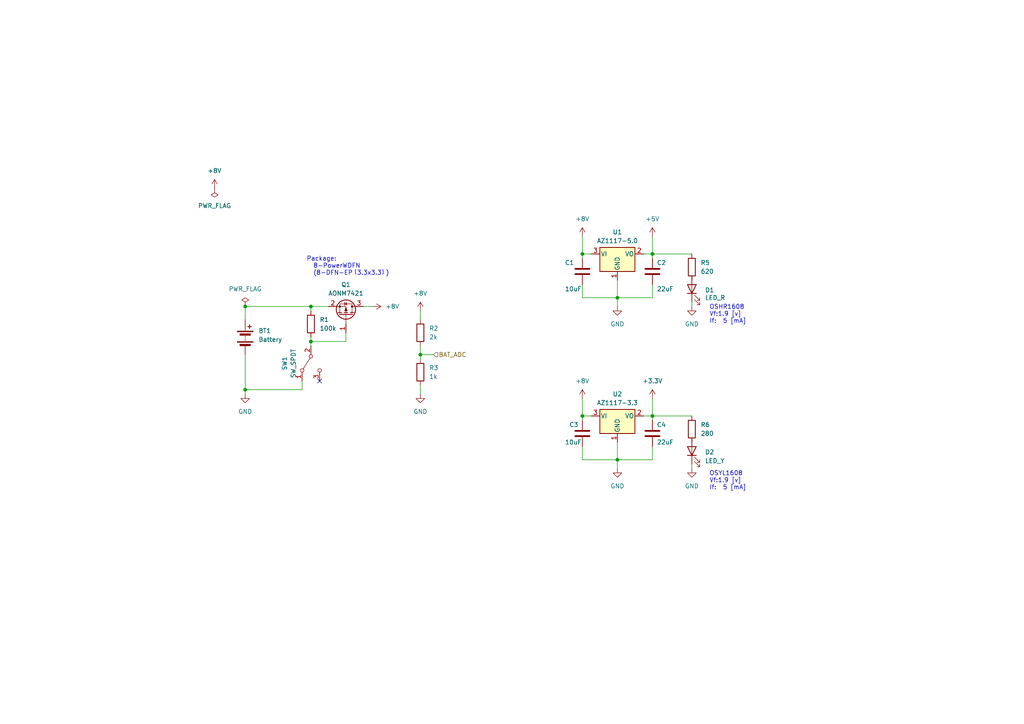
<source format=kicad_sch>
(kicad_sch (version 20230121) (generator eeschema)
  (paper "A4")
  (lib_symbols
    (symbol "Device:Battery" (pin_numbers hide) (pin_names (offset 0) hide)
      (property "Reference" "BT" (at 2.54 2.54 0))
      (property "Value" "Battery" (at 2.54 0 0))
      (symbol "Battery_0_1"
        (rectangle (start -2.286 -1.27) (end 2.286 -1.524) (fill (type outline)))
        (rectangle (start -2.286 1.778) (end 2.286 1.524) (fill (type outline)))
        (rectangle (start -1.524 -2.032) (end 1.524 -2.54) (fill (type outline)))
        (rectangle (start -1.524 1.016) (end 1.524 0.508) (fill (type outline)))
        (polyline (pts (xy 0 -1.016) (xy 0 -0.762)))
        (polyline (pts (xy 0 -0.508) (xy 0 -0.254)))
        (polyline (pts (xy 0 0) (xy 0 0.254)))
        (polyline (pts (xy 0 1.778) (xy 0 2.54)))
        (polyline (pts (xy 0.762 3.048) (xy 1.778 3.048)) (stroke (width 0.254)))
        (polyline (pts (xy 1.27 3.556) (xy 1.27 2.54)) (stroke (width 0.254)))
      )
      (symbol "Battery_1_1"
        (pin passive line (at 0 5.08 270) (length 2.54) (name "+") (number "1"))
        (pin passive line (at 0 -5.08 90) (length 2.54) (name "-") (number "2"))
      )
    )
    (symbol "Device:C" (pin_numbers hide) (pin_names (offset 0.254))
      (property "Reference" "C" (at 0.635 2.54 0))
      (property "Value" "C" (at 0.635 -2.54 0))
      (symbol "C_0_1"
        (polyline (pts (xy -2.032 -0.762) (xy 2.032 -0.762)) (stroke (width 0.508)))
        (polyline (pts (xy -2.032 0.762) (xy 2.032 0.762)) (stroke (width 0.508)))
      )
      (symbol "C_1_1"
        (pin passive line (at 0 3.81 270) (length 2.794) (name "~") (number "1"))
        (pin passive line (at 0 -3.81 90) (length 2.794) (name "~") (number "2"))
      )
    )
    (symbol "Device:LED" (pin_numbers hide) (pin_names (offset 1.016) hide)
      (property "Reference" "D" (at 0 2.54 0))
      (property "Value" "LED" (at 0 -2.54 0))
      (symbol "LED_0_1"
        (polyline (pts (xy -1.27 -1.27) (xy -1.27 1.27)) (stroke (width 0.254)))
        (polyline (pts (xy -1.27 0) (xy 1.27 0)))
        (polyline (pts (xy 1.27 -1.27) (xy 1.27 1.27) (xy -1.27 0) (xy 1.27 -1.27)) (stroke (width 0.254)))
        (polyline (pts (xy -3.048 -0.762) (xy -4.572 -2.286) (xy -3.81 -2.286) (xy -4.572 -2.286) (xy -4.572 -1.524)))
        (polyline (pts (xy -1.778 -0.762) (xy -3.302 -2.286) (xy -2.54 -2.286) (xy -3.302 -2.286) (xy -3.302 -1.524)))
      )
      (symbol "LED_1_1"
        (pin passive line (at -3.81 0 0) (length 2.54) (name "K") (number "1"))
        (pin passive line (at 3.81 0 180) (length 2.54) (name "A") (number "2"))
      )
    )
    (symbol "Device:R" (pin_numbers hide) (pin_names (offset 0))
      (property "Reference" "R" (at 2.032 0 90))
      (property "Value" "R" (at 0 0 90))
      (symbol "R_0_1"
        (rectangle (start -1.016 -2.54) (end 1.016 2.54) (stroke (width 0.254)))
      )
      (symbol "R_1_1"
        (pin passive line (at 0 3.81 270) (length 1.27) (name "~") (number "1"))
        (pin passive line (at 0 -3.81 90) (length 1.27) (name "~") (number "2"))
      )
    )
    (symbol "Regulator_Linear:AZ1117-3.3" (pin_names (offset 0.254))
      (property "Reference" "U" (at -3.81 3.175 0))
      (property "Value" "AZ1117-3.3" (at 0 3.175 0))
      (symbol "AZ1117-3.3_0_1"
        (rectangle (start -5.08 1.905) (end 5.08 -5.08) (stroke (width 0.254)) (fill (type background)))
      )
      (symbol "AZ1117-3.3_1_1"
        (pin power_in line (at 0 -7.62 90) (length 2.54) (name "GND") (number "1"))
        (pin power_out line (at 7.62 0 180) (length 2.54) (name "VO") (number "2"))
        (pin power_in line (at -7.62 0 0) (length 2.54) (name "VI") (number "3"))
      )
    )
    (symbol "Regulator_Linear:AZ1117-5.0" (pin_names (offset 0.254))
      (property "Reference" "U" (at -3.81 3.175 0))
      (property "Value" "AZ1117-5.0" (at 0 3.175 0))
      (symbol "AZ1117-5.0_0_1"
        (rectangle (start -5.08 1.905) (end 5.08 -5.08) (stroke (width 0.254)) (fill (type background)))
      )
      (symbol "AZ1117-5.0_1_1"
        (pin power_in line (at 0 -7.62 90) (length 2.54) (name "GND") (number "1"))
        (pin power_out line (at 7.62 0 180) (length 2.54) (name "VO") (number "2"))
        (pin power_in line (at -7.62 0 0) (length 2.54) (name "VI") (number "3"))
      )
    )
    (symbol "Switch:SW_SPDT" (pin_names (offset 0) hide)
      (property "Reference" "SW" (at 0 4.318 0))
      (property "Value" "SW_SPDT" (at 0 -5.08 0))
      (symbol "SW_SPDT_0_0"
        (circle (center -2.032 0) (radius 0.508))
        (circle (center 2.032 -2.54) (radius 0.508))
      )
      (symbol "SW_SPDT_0_1"
        (polyline (pts (xy -1.524 0.254) (xy 1.651 2.286)))
        (circle (center 2.032 2.54) (radius 0.508))
      )
      (symbol "SW_SPDT_1_1"
        (pin passive line (at 5.08 2.54 180) (length 2.54) (name "A") (number "1"))
        (pin passive line (at -5.08 0 0) (length 2.54) (name "B") (number "2"))
        (pin passive line (at 5.08 -2.54 180) (length 2.54) (name "C") (number "3"))
      )
    )
    (symbol "Transistor_FET:IRLML6402" (pin_names hide)
      (property "Reference" "Q" (at 5.08 1.905 0))
      (property "Value" "IRLML6402" (at 5.08 0 0))
      (symbol "IRLML6402_0_1"
        (polyline (pts (xy 0.254 0) (xy -2.54 0)))
        (polyline (pts (xy 0.254 1.905) (xy 0.254 -1.905)) (stroke (width 0.254)))
        (polyline (pts (xy 0.762 -1.27) (xy 0.762 -2.286)) (stroke (width 0.254)))
        (polyline (pts (xy 0.762 0.508) (xy 0.762 -0.508)) (stroke (width 0.254)))
        (polyline (pts (xy 0.762 2.286) (xy 0.762 1.27)) (stroke (width 0.254)))
        (polyline (pts (xy 2.54 2.54) (xy 2.54 1.778)))
        (polyline (pts (xy 2.54 -2.54) (xy 2.54 0) (xy 0.762 0)))
        (polyline (pts (xy 0.762 1.778) (xy 3.302 1.778) (xy 3.302 -1.778) (xy 0.762 -1.778)))
        (polyline (pts (xy 2.286 0) (xy 1.27 0.381) (xy 1.27 -0.381) (xy 2.286 0)) (fill (type outline)))
        (polyline (pts (xy 2.794 -0.508) (xy 2.921 -0.381) (xy 3.683 -0.381) (xy 3.81 -0.254)))
        (polyline (pts (xy 3.302 -0.381) (xy 2.921 0.254) (xy 3.683 0.254) (xy 3.302 -0.381)))
        (circle (center 1.651 0) (radius 2.794) (stroke (width 0.254)))
        (circle (center 2.54 -1.778) (radius 0.254) (fill (type outline)))
        (circle (center 2.54 1.778) (radius 0.254) (fill (type outline)))
      )
      (symbol "IRLML6402_1_1"
        (pin input line (at -5.08 0 0) (length 2.54) (name "G") (number "1"))
        (pin passive line (at 2.54 -5.08 90) (length 2.54) (name "S") (number "2"))
        (pin passive line (at 2.54 5.08 270) (length 2.54) (name "D") (number "3"))
      )
    )
    (symbol "power:+3.3V" (power) (pin_names (offset 0))
      (property "Value" "+3.3V" (at 0 3.556 0))
      (symbol "+3.3V_0_1"
        (polyline (pts (xy -0.762 1.27) (xy 0 2.54)))
        (polyline (pts (xy 0 0) (xy 0 2.54)))
        (polyline (pts (xy 0 2.54) (xy 0.762 1.27)))
      )
      (symbol "+3.3V_1_1"
        (pin power_in line (at 0 0 90) (length 0) hide (name "+3.3V") (number "1"))
      )
    )
    (symbol "power:+5V" (power) (pin_names (offset 0))
      (property "Value" "+5V" (at 0 3.556 0))
      (symbol "+5V_0_1"
        (polyline (pts (xy -0.762 1.27) (xy 0 2.54)))
        (polyline (pts (xy 0 0) (xy 0 2.54)))
        (polyline (pts (xy 0 2.54) (xy 0.762 1.27)))
      )
      (symbol "+5V_1_1"
        (pin power_in line (at 0 0 90) (length 0) hide (name "+5V") (number "1"))
      )
    )
    (symbol "power:+8V" (power) (pin_names (offset 0))
      (property "Value" "+8V" (at 0 3.556 0))
      (symbol "+8V_0_1"
        (polyline (pts (xy -0.762 1.27) (xy 0 2.54)))
        (polyline (pts (xy 0 0) (xy 0 2.54)))
        (polyline (pts (xy 0 2.54) (xy 0.762 1.27)))
      )
      (symbol "+8V_1_1"
        (pin power_in line (at 0 0 90) (length 0) hide (name "+8V") (number "1"))
      )
    )
    (symbol "power:GND" (power) (pin_names (offset 0))
      (property "Value" "GND" (at 0 -3.81 0))
      (symbol "GND_0_1"
        (polyline (pts (xy 0 0) (xy 0 -1.27) (xy 1.27 -1.27) (xy 0 -2.54) (xy -1.27 -1.27) (xy 0 -1.27)))
      )
      (symbol "GND_1_1"
        (pin power_in line (at 0 0 270) (length 0) hide (name "GND") (number "1"))
      )
    )
    (symbol "power:PWR_FLAG" (power) (pin_numbers hide) (pin_names (offset 0) hide)
      (property "Value" "PWR_FLAG" (at 0 3.81 0))
      (symbol "PWR_FLAG_0_0"
        (pin power_out line (at 0 0 90) (length 0) (name "pwr") (number "1"))
      )
      (symbol "PWR_FLAG_0_1"
        (polyline (pts (xy 0 0) (xy 0 1.27) (xy -1.016 1.905) (xy 0 2.54) (xy 1.016 1.905) (xy 0 1.27)))
      )
    )
  )
  (junction (at 168.91 120.65))
  (junction (at 168.91 73.66))
  (junction (at 179.07 86.36))
  (junction (at 189.23 120.65))
  (junction (at 71.12 88.9))
  (junction (at 189.23 73.66))
  (junction (at 71.12 113.03))
  (junction (at 90.17 99.06))
  (junction (at 179.07 133.35))
  (junction (at 90.17 88.9))
  (junction (at 121.92 102.87))
  (no_connect (at 92.71 110.49))
  (wire (pts (xy 186.69 73.66) (xy 189.23 73.66)))
  (wire (pts (xy 121.92 100.33) (xy 121.92 102.87)))
  (wire (pts (xy 168.91 129.54) (xy 168.91 133.35)))
  (wire (pts (xy 189.23 73.66) (xy 200.66 73.66)))
  (wire (pts (xy 71.12 102.87) (xy 71.12 113.03)))
  (wire (pts (xy 200.66 80.01) (xy 200.66 81.28)))
  (wire (pts (xy 168.91 115.57) (xy 168.91 120.65)))
  (wire (pts (xy 200.66 88.9) (xy 200.66 87.63)))
  (wire (pts (xy 168.91 86.36) (xy 179.07 86.36)))
  (wire (pts (xy 189.23 82.55) (xy 189.23 86.36)))
  (wire (pts (xy 71.12 88.9) (xy 90.17 88.9)))
  (wire (pts (xy 168.91 120.65) (xy 168.91 121.92)))
  (wire (pts (xy 189.23 68.58) (xy 189.23 73.66)))
  (wire (pts (xy 121.92 102.87) (xy 125.73 102.87)))
  (wire (pts (xy 189.23 120.65) (xy 200.66 120.65)))
  (wire (pts (xy 71.12 92.71) (xy 71.12 88.9)))
  (wire (pts (xy 87.63 113.03) (xy 71.12 113.03)))
  (wire (pts (xy 168.91 73.66) (xy 171.45 73.66)))
  (wire (pts (xy 179.07 133.35) (xy 189.23 133.35)))
  (wire (pts (xy 71.12 113.03) (xy 71.12 114.3)))
  (wire (pts (xy 179.07 81.28) (xy 179.07 86.36)))
  (wire (pts (xy 179.07 86.36) (xy 179.07 88.9)))
  (wire (pts (xy 189.23 129.54) (xy 189.23 133.35)))
  (wire (pts (xy 189.23 120.65) (xy 189.23 115.57)))
  (wire (pts (xy 168.91 68.58) (xy 168.91 73.66)))
  (wire (pts (xy 200.66 127) (xy 200.66 128.27)))
  (wire (pts (xy 168.91 133.35) (xy 179.07 133.35)))
  (wire (pts (xy 87.63 110.49) (xy 87.63 113.03)))
  (wire (pts (xy 90.17 97.79) (xy 90.17 99.06)))
  (wire (pts (xy 186.69 120.65) (xy 189.23 120.65)))
  (wire (pts (xy 90.17 88.9) (xy 95.25 88.9)))
  (wire (pts (xy 90.17 99.06) (xy 90.17 100.33)))
  (wire (pts (xy 168.91 73.66) (xy 168.91 74.93)))
  (wire (pts (xy 121.92 111.76) (xy 121.92 114.3)))
  (wire (pts (xy 121.92 90.17) (xy 121.92 92.71)))
  (wire (pts (xy 189.23 121.92) (xy 189.23 120.65)))
  (wire (pts (xy 200.66 135.89) (xy 200.66 134.62)))
  (wire (pts (xy 189.23 73.66) (xy 189.23 74.93)))
  (wire (pts (xy 100.33 99.06) (xy 90.17 99.06)))
  (wire (pts (xy 179.07 133.35) (xy 179.07 135.89)))
  (wire (pts (xy 100.33 96.52) (xy 100.33 99.06)))
  (wire (pts (xy 168.91 82.55) (xy 168.91 86.36)))
  (wire (pts (xy 90.17 88.9) (xy 90.17 90.17)))
  (wire (pts (xy 189.23 86.36) (xy 179.07 86.36)))
  (wire (pts (xy 179.07 128.27) (xy 179.07 133.35)))
  (wire (pts (xy 105.41 88.9) (xy 107.95 88.9)))
  (wire (pts (xy 168.91 120.65) (xy 171.45 120.65)))
  (wire (pts (xy 121.92 102.87) (xy 121.92 104.14)))
  (text "OSYL1608\nVf:1.9 [v]\nIf:  5 [mA]" (at 205.74 142.24 0) (effects (font (size 1.27 1.27)) (justify left bottom)))
  (text "OSHR1608\nVf:1.9 [v]\nIf:  5 [mA]" (at 205.74 93.98 0) (effects (font (size 1.27 1.27)) (justify left bottom)))
  (text "Package:\n  8-PowerWDFN \n  (8-DFN-EP（3.3x3.3）)" (at 88.9 80.01 0) (effects (font (size 1.27 1.27)) (justify left bottom)))
  (hierarchical_label "BAT_ADC" (shape input) (at 125.73 102.87 0))
  (symbol (lib_id "power:+8V") (at 168.91 68.58 0) (unit 1)
    (property "Reference" "#PWR06" (effects hide))
    (property "Value" "+8V" (at 168.91 63.5 0))
    (instances (project "fast_respect" (path "" (reference "#PWR06") (unit 1)) (path "" (reference "#PWR041") (unit 1))))
  )
  (symbol (lib_id "Device:C") (at 189.23 125.73 0) (unit 1)
    (property "Reference" "C4" (at 190.5 123.19 0) (effects (justify left)))
    (property "Value" "22uF" (at 190.5 128.27 0) (effects (justify left)))
    (property "Footprint" "Capacitor_SMD:C_0603_1608Metric_Pad1.08x0.95mm_HandSolder" (effects hide))
    (instances (project "fast_respect" (path "" (reference "C4") (unit 1)) (path "" (reference "C2_4") (unit 1))))
  )
  (symbol (lib_id "Device:C") (at 168.91 78.74 0) (unit 1)
    (property "Reference" "C1" (at 163.83 76.2 0) (effects (justify left)))
    (property "Value" "10uF" (at 163.83 83.82 0) (effects (justify left)))
    (property "Footprint" "Capacitor_SMD:C_0603_1608Metric_Pad1.08x0.95mm_HandSolder" (effects hide))
    (instances (project "fast_respect" (path "" (reference "C1") (unit 1)) (path "" (reference "C2_1") (unit 1))))
  )
  (symbol (lib_id "power:GND") (at 71.12 114.3 0) (unit 1)
    (property "Reference" "#PWR08" (effects hide))
    (property "Value" "GND" (at 71.12 119.38 0))
    (instances (project "fast_respect" (path "" (reference "#PWR08") (unit 1)) (path "" (reference "#PWR040") (unit 1))))
  )
  (symbol (lib_id "Regulator_Linear:AZ1117-5.0") (at 179.07 73.66 0) (unit 1)
    (property "Reference" "U1" (at 179.07 67.31 0))
    (property "Value" "AZ1117-5.0" (at 179.07 69.85 0))
    (property "Footprint" "Package_TO_SOT_SMD:SOT-223-3_TabPin2" (effects hide))
    (property "Datasheet" "https://www.diodes.com/assets/Datasheets/AZ1117.pdf" (effects hide))
    (instances (project "fast_respect" (path "" (reference "U1") (unit 1)) (path "" (reference "U2_1") (unit 1))))
  )
  (symbol (lib_id "power:PWR_FLAG") (at 71.12 88.9 0) (unit 1)
    (property "Reference" "#FLG05" (effects hide))
    (property "Value" "PWR_FLAG" (at 71.12 83.82 0))
  )
  (symbol (lib_id "Device:R") (at 121.92 96.52 0) (unit 1)
    (property "Reference" "R2" (at 124.46 95.25 0) (effects (justify left)))
    (property "Value" "2k" (at 124.46 97.79 0) (effects (justify left)))
    (property "Footprint" "Resistor_SMD:R_0603_1608Metric_Pad0.98x0.95mm_HandSolder" (effects hide))
    (instances (project "fast_respect" (path "" (reference "R2") (unit 1)) (path "" (reference "R2_2") (unit 1))))
  )
  (symbol (lib_id "power:GND") (at 121.92 114.3 0) (unit 1)
    (property "Reference" "#PWR012" (effects hide))
    (property "Value" "GND" (at 121.92 119.38 0))
    (instances (project "fast_respect" (path "" (reference "#PWR012") (unit 1)) (path "" (reference "#PWR050") (unit 1))))
  )
  (symbol (lib_id "power:+5V") (at 189.23 68.58 0) (unit 1)
    (property "Reference" "#PWR04" (effects hide))
    (property "Value" "+5V" (at 189.23 63.5 0))
    (instances (project "fast_respect" (path "" (reference "#PWR04") (unit 1)) (path "" (reference "#PWR045") (unit 1))))
  )
  (symbol (lib_id "Device:LED") (at 200.66 83.82 90) (unit 1)
    (property "Reference" "D1" (at 204.47 84.1375 90) (effects (justify right)))
    (property "Value" "LED_R" (at 204.47 86.36 90) (effects (justify right)))
    (property "Footprint" "LED_SMD:LED_0603_1608Metric_Pad1.05x0.95mm_HandSolder" (effects hide))
    (instances (project "fast_respect" (path "" (reference "D1") (unit 1)) (path "" (reference "D3_1") (unit 1)) (path "" (reference "D2_1") (unit 1))))
  )
  (symbol (lib_id "power:GND") (at 200.66 135.89 0) (unit 1)
    (property "Reference" "#PWR028" (effects hide))
    (property "Value" "GND" (at 200.66 140.97 0))
    (instances (project "fast_respect" (path "" (reference "#PWR028") (unit 1)) (path "" (reference "#PWR04") (unit 1)) (path "" (reference "#PWR04") (unit 1))))
  )
  (symbol (lib_id "Device:Battery") (at 71.12 97.79 0) (unit 1)
    (property "Reference" "BT1" (at 74.93 95.9485 0) (effects (justify left)))
    (property "Value" "Battery" (at 74.93 98.4885 0) (effects (justify left)))
    (property "Footprint" "Self-Made_Generic_Packages:2sBattery" (effects hide))
    (instances (project "fast_respect" (path "" (reference "BT1") (unit 1)) (path "" (reference "BT2_1") (unit 1))))
  )
  (symbol (lib_id "Device:LED") (at 200.66 130.81 90) (unit 1)
    (property "Reference" "D2" (at 204.47 131.1275 90) (effects (justify right)))
    (property "Value" "LED_Y" (at 204.47 133.6675 90) (effects (justify right)))
    (property "Footprint" "LED_SMD:LED_0603_1608Metric_Pad1.05x0.95mm_HandSolder" (effects hide))
    (instances (project "fast_respect" (path "" (reference "D2") (unit 1)) (path "" (reference "D3_2") (unit 1)) (path "" (reference "D2_2") (unit 1))))
  )
  (symbol (lib_id "power:+8V") (at 121.92 90.17 0) (unit 1)
    (property "Reference" "#PWR011" (effects hide))
    (property "Value" "+8V" (at 121.92 85.09 0))
    (instances (project "fast_respect" (path "" (reference "#PWR011") (unit 1)) (path "" (reference "#PWR049") (unit 1))))
  )
  (symbol (lib_id "power:GND") (at 179.07 88.9 0) (unit 1)
    (property "Reference" "#PWR01" (effects hide))
    (property "Value" "GND" (at 179.07 93.98 0))
    (instances (project "fast_respect" (path "" (reference "#PWR01") (unit 1)) (path "" (reference "#PWR043") (unit 1))))
  )
  (symbol (lib_id "power:+8V") (at 107.95 88.9 270) (unit 1)
    (property "Reference" "#PWR09" (effects hide))
    (property "Value" "+8V" (at 111.76 88.9 90) (effects (justify left)))
    (instances (project "fast_respect" (path "" (reference "#PWR09") (unit 1)) (path "" (reference "#PWR047") (unit 1))))
  )
  (symbol (lib_id "Device:C") (at 189.23 78.74 0) (unit 1)
    (property "Reference" "C2" (at 190.5 76.2 0) (effects (justify left)))
    (property "Value" "22uF" (at 190.5 83.82 0) (effects (justify left)))
    (property "Footprint" "Capacitor_SMD:C_0603_1608Metric_Pad1.08x0.95mm_HandSolder" (effects hide))
    (instances (project "fast_respect" (path "" (reference "C2") (unit 1)) (path "" (reference "C2_2") (unit 1))))
  )
  (symbol (lib_id "power:+8V") (at 168.91 115.57 0) (unit 1)
    (property "Reference" "#PWR05" (effects hide))
    (property "Value" "+8V" (at 168.91 110.49 0))
    (instances (project "fast_respect" (path "" (reference "#PWR05") (unit 1)) (path "" (reference "#PWR046") (unit 1))))
  )
  (symbol (lib_id "power:+8V") (at 62.23 54.61 0) (unit 1)
    (property "Reference" "#PWR07" (effects hide))
    (property "Value" "+8V" (at 62.23 49.53 0))
    (instances (project "fast_respect" (path "" (reference "#PWR07") (unit 1)) (path "" (reference "#PWR042") (unit 1))))
  )
  (symbol (lib_id "Device:R") (at 121.92 107.95 0) (unit 1)
    (property "Reference" "R3" (at 124.46 106.68 0) (effects (justify left)))
    (property "Value" "1k" (at 124.46 109.22 0) (effects (justify left)))
    (property "Footprint" "Resistor_SMD:R_0603_1608Metric_Pad0.98x0.95mm_HandSolder" (effects hide))
    (instances (project "fast_respect" (path "" (reference "R3") (unit 1)) (path "" (reference "R2_3") (unit 1))))
  )
  (symbol (lib_id "power:+3.3V") (at 189.23 115.57 0) (unit 1)
    (property "Reference" "#PWR03" (effects hide))
    (property "Value" "+3.3V" (at 189.23 110.49 0))
    (instances (project "fast_respect" (path "" (reference "#PWR03") (unit 1)) (path "" (reference "#PWR051") (unit 1))))
  )
  (symbol (lib_id "power:GND") (at 179.07 135.89 0) (unit 1)
    (property "Reference" "#PWR02" (effects hide))
    (property "Value" "GND" (at 179.07 140.97 0))
    (instances (project "fast_respect" (path "" (reference "#PWR02") (unit 1)) (path "" (reference "#PWR048") (unit 1))))
  )
  (symbol (lib_id "Device:R") (at 200.66 77.47 0) (unit 1)
    (property "Reference" "R5" (at 203.2 76.2 0) (effects (justify left)))
    (property "Value" "620" (at 203.2 78.74 0) (effects (justify left)))
    (property "Footprint" "Resistor_SMD:R_0603_1608Metric_Pad0.98x0.95mm_HandSolder" (effects hide))
    (instances (project "fast_respect" (path "" (reference "R5") (unit 1)) (path "" (reference "R3_1") (unit 1)) (path "" (reference "R2_4") (unit 1))))
  )
  (symbol (lib_id "power:GND") (at 200.66 88.9 0) (unit 1)
    (property "Reference" "#PWR027" (effects hide))
    (property "Value" "GND" (at 200.66 93.98 0))
    (instances (project "fast_respect" (path "" (reference "#PWR027") (unit 1)) (path "" (reference "#PWR02") (unit 1)) (path "" (reference "#PWR02") (unit 1))))
  )
  (symbol (lib_id "Transistor_FET:IRLML6402") (at 100.33 91.44 270) (mirror x) (unit 1)
    (property "Reference" "Q1" (at 100.33 82.55 90))
    (property "Value" "AONM7421" (at 100.33 85.09 90))
    (property "Datasheet" "https://www.infineon.com/dgdl/irlml6402pbf.pdf?fileId=5546d462533600a401535668d5c2263c" (effects hide))
    (instances (project "fast_respect" (path "" (reference "Q1") (unit 1)) (path "" (reference "Q2_1") (unit 1))))
  )
  (symbol (lib_id "Regulator_Linear:AZ1117-3.3") (at 179.07 120.65 0) (unit 1)
    (property "Reference" "U2" (at 179.07 114.3 0))
    (property "Value" "AZ1117-3.3" (at 179.07 116.84 0))
    (property "Footprint" "Package_TO_SOT_SMD:SOT-223-3_TabPin2" (effects hide))
    (property "Datasheet" "https://www.diodes.com/assets/Datasheets/AZ1117.pdf" (effects hide))
    (instances (project "fast_respect" (path "" (reference "U2") (unit 1)) (path "" (reference "U2_2") (unit 1))))
  )
  (symbol (lib_id "Switch:SW_SPDT") (at 90.17 105.41 90) (mirror x) (unit 1)
    (property "Reference" "SW1" (at 82.55 105.41 0))
    (property "Value" "SW_SPDT" (at 85.09 105.41 0))
    (property "Footprint" "Self-Made_Generic_Packages:SW_Slide_SS12D01G4_AKIZUKI" (effects hide))
    (instances (project "fast_respect" (path "" (reference "SW1") (unit 1)) (path "" (reference "SW2_1") (unit 1))))
  )
  (symbol (lib_id "Device:R") (at 90.17 93.98 0) (unit 1)
    (property "Reference" "R1" (at 92.71 92.71 0) (effects (justify left)))
    (property "Value" "100k" (at 92.71 95.25 0) (effects (justify left)))
    (property "Footprint" "Resistor_SMD:R_0603_1608Metric_Pad0.98x0.95mm_HandSolder" (effects hide))
    (instances (project "fast_respect" (path "" (reference "R1") (unit 1)) (path "" (reference "R2_1") (unit 1))))
  )
  (symbol (lib_id "Device:C") (at 168.91 125.73 0) (unit 1)
    (property "Reference" "C3" (at 165.1 123.19 0) (effects (justify left)))
    (property "Value" "10uF" (at 163.83 128.27 0) (effects (justify left)))
    (property "Footprint" "Capacitor_SMD:C_0603_1608Metric_Pad1.08x0.95mm_HandSolder" (effects hide))
    (instances (project "fast_respect" (path "" (reference "C3") (unit 1)) (path "" (reference "C2_3") (unit 1))))
  )
  (symbol (lib_id "power:PWR_FLAG") (at 62.23 54.61 0) (mirror x) (unit 1)
    (property "Reference" "#FLG01" (effects hide))
    (property "Value" "PWR_FLAG" (at 62.23 59.69 0))
    (instances (project "fast_respect" (path "" (reference "#FLG01") (unit 1)) (path "" (reference "#FLG02") (unit 1))))
  )
  (symbol (lib_id "Device:R") (at 200.66 124.46 0) (unit 1)
    (property "Reference" "R6" (at 203.2 123.19 0) (effects (justify left)))
    (property "Value" "280" (at 203.2 125.73 0) (effects (justify left)))
    (property "Footprint" "Resistor_SMD:R_0603_1608Metric_Pad0.98x0.95mm_HandSolder" (effects hide))
    (instances (project "fast_respect" (path "" (reference "R6") (unit 1)) (path "" (reference "R3_2") (unit 1)) (path "" (reference "R2_5") (unit 1))))
  )
)
</source>
